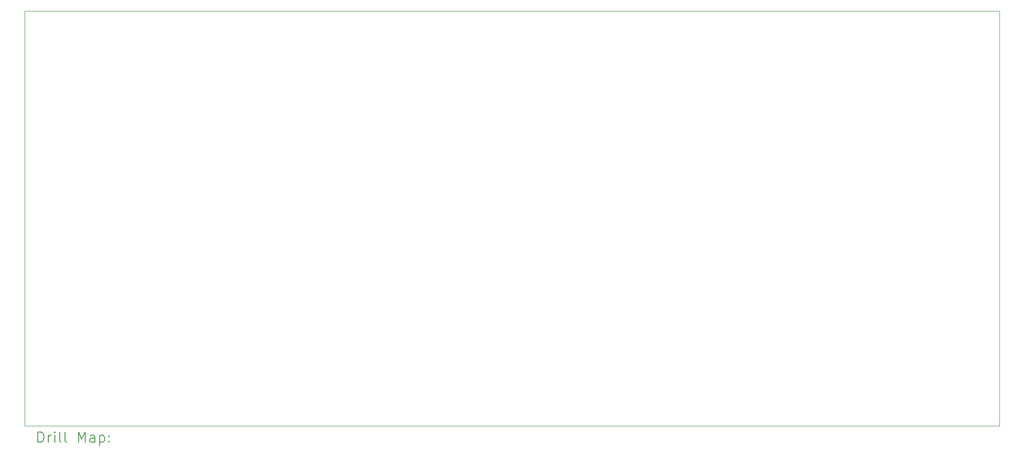
<source format=gbr>
%TF.GenerationSoftware,KiCad,Pcbnew,7.0.7*%
%TF.CreationDate,2023-10-16T15:11:54+02:00*%
%TF.ProjectId,GradientAmplifierFilter_V3,47726164-6965-46e7-9441-6d706c696669,rev?*%
%TF.SameCoordinates,Original*%
%TF.FileFunction,Drillmap*%
%TF.FilePolarity,Positive*%
%FSLAX45Y45*%
G04 Gerber Fmt 4.5, Leading zero omitted, Abs format (unit mm)*
G04 Created by KiCad (PCBNEW 7.0.7) date 2023-10-16 15:11:54*
%MOMM*%
%LPD*%
G01*
G04 APERTURE LIST*
%ADD10C,0.100000*%
%ADD11C,0.200000*%
G04 APERTURE END LIST*
D10*
X3810000Y-5207000D02*
X22606000Y-5207000D01*
X22606000Y-13208000D01*
X3810000Y-13208000D01*
X3810000Y-5207000D01*
D11*
X4065777Y-13524484D02*
X4065777Y-13324484D01*
X4065777Y-13324484D02*
X4113396Y-13324484D01*
X4113396Y-13324484D02*
X4141967Y-13334008D01*
X4141967Y-13334008D02*
X4161015Y-13353055D01*
X4161015Y-13353055D02*
X4170539Y-13372103D01*
X4170539Y-13372103D02*
X4180062Y-13410198D01*
X4180062Y-13410198D02*
X4180062Y-13438769D01*
X4180062Y-13438769D02*
X4170539Y-13476865D01*
X4170539Y-13476865D02*
X4161015Y-13495912D01*
X4161015Y-13495912D02*
X4141967Y-13514960D01*
X4141967Y-13514960D02*
X4113396Y-13524484D01*
X4113396Y-13524484D02*
X4065777Y-13524484D01*
X4265777Y-13524484D02*
X4265777Y-13391150D01*
X4265777Y-13429246D02*
X4275301Y-13410198D01*
X4275301Y-13410198D02*
X4284824Y-13400674D01*
X4284824Y-13400674D02*
X4303872Y-13391150D01*
X4303872Y-13391150D02*
X4322920Y-13391150D01*
X4389586Y-13524484D02*
X4389586Y-13391150D01*
X4389586Y-13324484D02*
X4380063Y-13334008D01*
X4380063Y-13334008D02*
X4389586Y-13343531D01*
X4389586Y-13343531D02*
X4399110Y-13334008D01*
X4399110Y-13334008D02*
X4389586Y-13324484D01*
X4389586Y-13324484D02*
X4389586Y-13343531D01*
X4513396Y-13524484D02*
X4494348Y-13514960D01*
X4494348Y-13514960D02*
X4484824Y-13495912D01*
X4484824Y-13495912D02*
X4484824Y-13324484D01*
X4618158Y-13524484D02*
X4599110Y-13514960D01*
X4599110Y-13514960D02*
X4589586Y-13495912D01*
X4589586Y-13495912D02*
X4589586Y-13324484D01*
X4846729Y-13524484D02*
X4846729Y-13324484D01*
X4846729Y-13324484D02*
X4913396Y-13467341D01*
X4913396Y-13467341D02*
X4980063Y-13324484D01*
X4980063Y-13324484D02*
X4980063Y-13524484D01*
X5161015Y-13524484D02*
X5161015Y-13419722D01*
X5161015Y-13419722D02*
X5151491Y-13400674D01*
X5151491Y-13400674D02*
X5132444Y-13391150D01*
X5132444Y-13391150D02*
X5094348Y-13391150D01*
X5094348Y-13391150D02*
X5075301Y-13400674D01*
X5161015Y-13514960D02*
X5141967Y-13524484D01*
X5141967Y-13524484D02*
X5094348Y-13524484D01*
X5094348Y-13524484D02*
X5075301Y-13514960D01*
X5075301Y-13514960D02*
X5065777Y-13495912D01*
X5065777Y-13495912D02*
X5065777Y-13476865D01*
X5065777Y-13476865D02*
X5075301Y-13457817D01*
X5075301Y-13457817D02*
X5094348Y-13448293D01*
X5094348Y-13448293D02*
X5141967Y-13448293D01*
X5141967Y-13448293D02*
X5161015Y-13438769D01*
X5256253Y-13391150D02*
X5256253Y-13591150D01*
X5256253Y-13400674D02*
X5275301Y-13391150D01*
X5275301Y-13391150D02*
X5313396Y-13391150D01*
X5313396Y-13391150D02*
X5332444Y-13400674D01*
X5332444Y-13400674D02*
X5341967Y-13410198D01*
X5341967Y-13410198D02*
X5351491Y-13429246D01*
X5351491Y-13429246D02*
X5351491Y-13486388D01*
X5351491Y-13486388D02*
X5341967Y-13505436D01*
X5341967Y-13505436D02*
X5332444Y-13514960D01*
X5332444Y-13514960D02*
X5313396Y-13524484D01*
X5313396Y-13524484D02*
X5275301Y-13524484D01*
X5275301Y-13524484D02*
X5256253Y-13514960D01*
X5437205Y-13505436D02*
X5446729Y-13514960D01*
X5446729Y-13514960D02*
X5437205Y-13524484D01*
X5437205Y-13524484D02*
X5427682Y-13514960D01*
X5427682Y-13514960D02*
X5437205Y-13505436D01*
X5437205Y-13505436D02*
X5437205Y-13524484D01*
X5437205Y-13400674D02*
X5446729Y-13410198D01*
X5446729Y-13410198D02*
X5437205Y-13419722D01*
X5437205Y-13419722D02*
X5427682Y-13410198D01*
X5427682Y-13410198D02*
X5437205Y-13400674D01*
X5437205Y-13400674D02*
X5437205Y-13419722D01*
M02*

</source>
